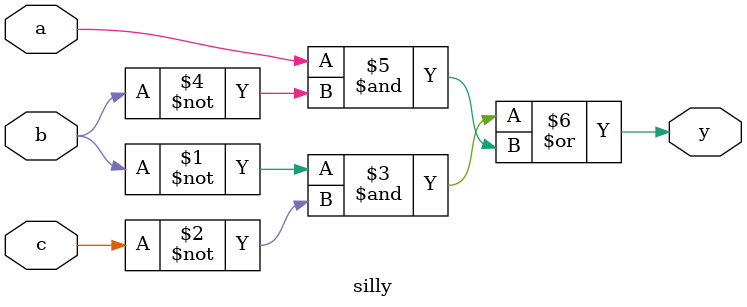
<source format=sv>
module silly (input  logic a, b, c, output logic y);
   
  assign y = ~b & ~c | a & ~b;
   
endmodule

</source>
